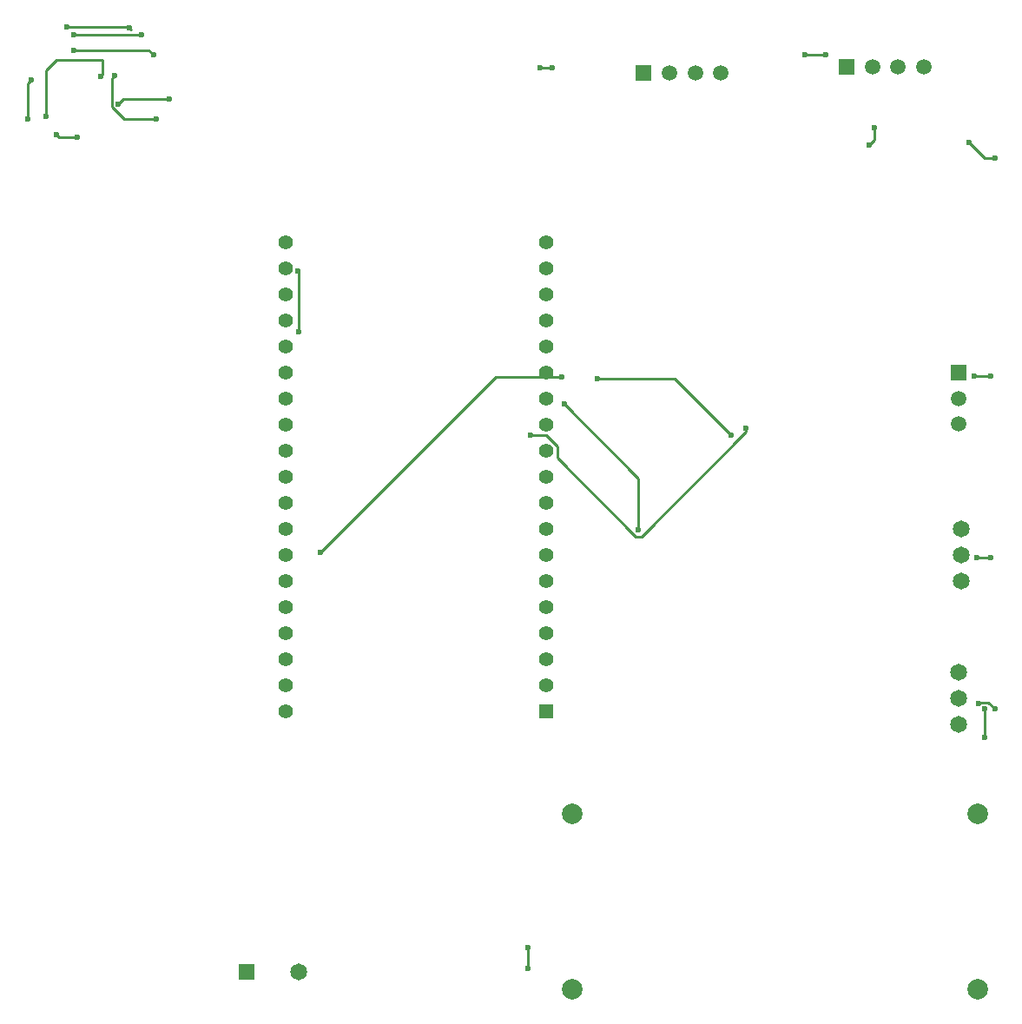
<source format=gbr>
%TF.GenerationSoftware,KiCad,Pcbnew,9.0.2*%
%TF.CreationDate,2025-07-26T16:17:08-04:00*%
%TF.ProjectId,Automated Coin Machine,4175746f-6d61-4746-9564-20436f696e20,rev?*%
%TF.SameCoordinates,Original*%
%TF.FileFunction,Copper,L2,Bot*%
%TF.FilePolarity,Positive*%
%FSLAX46Y46*%
G04 Gerber Fmt 4.6, Leading zero omitted, Abs format (unit mm)*
G04 Created by KiCad (PCBNEW 9.0.2) date 2025-07-26 16:17:08*
%MOMM*%
%LPD*%
G01*
G04 APERTURE LIST*
%TA.AperFunction,ComponentPad*%
%ADD10C,1.650000*%
%TD*%
%TA.AperFunction,ComponentPad*%
%ADD11R,1.408000X1.408000*%
%TD*%
%TA.AperFunction,ComponentPad*%
%ADD12C,1.408000*%
%TD*%
%TA.AperFunction,ComponentPad*%
%ADD13R,1.508000X1.508000*%
%TD*%
%TA.AperFunction,ComponentPad*%
%ADD14C,1.508000*%
%TD*%
%TA.AperFunction,ComponentPad*%
%ADD15R,1.650000X1.650000*%
%TD*%
%TA.AperFunction,ComponentPad*%
%ADD16C,2.000000*%
%TD*%
%TA.AperFunction,ViaPad*%
%ADD17C,0.600000*%
%TD*%
%TA.AperFunction,Conductor*%
%ADD18C,0.250000*%
%TD*%
G04 APERTURE END LIST*
D10*
%TO.P,J5,1,Pin_1*%
%TO.N,ESP32_GPIO_12*%
X119000000Y-95250000D03*
%TO.P,J5,2,Pin_2*%
%TO.N,+5V*%
X119000000Y-92710000D03*
%TO.P,J5,3,Pin_3*%
%TO.N,GND*%
X119000000Y-90170000D03*
%TD*%
D11*
%TO.P,U1,J2_1,3V3*%
%TO.N,+3V3*%
X78740000Y-93955000D03*
D12*
%TO.P,U1,J2_2,EN*%
X78740000Y-91415000D03*
%TO.P,U1,J2_3,SENSOR_VP*%
%TO.N,unconnected-(U1-SENSOR_VP-PadJ2_3)*%
X78740000Y-88875000D03*
%TO.P,U1,J2_4,SENSOR_VN*%
%TO.N,unconnected-(U1-SENSOR_VN-PadJ2_4)*%
X78740000Y-86335000D03*
%TO.P,U1,J2_5,IO34*%
%TO.N,IO34*%
X78740000Y-83795000D03*
%TO.P,U1,J2_6,IO35*%
%TO.N,GPIO35*%
X78740000Y-81255000D03*
%TO.P,U1,J2_7,IO32*%
%TO.N,GPIO32*%
X78740000Y-78715000D03*
%TO.P,U1,J2_8,IO33*%
%TO.N,GPIO33*%
X78740000Y-76175000D03*
%TO.P,U1,J2_9,IO25*%
%TO.N,R_RED*%
X78740000Y-73635000D03*
%TO.P,U1,J2_10,IO26*%
%TO.N,R_GREEN*%
X78740000Y-71095000D03*
%TO.P,U1,J2_11,IO27*%
%TO.N,R_BLUE*%
X78740000Y-68555000D03*
%TO.P,U1,J2_12,IO14*%
%TO.N,IO14*%
X78740000Y-66015000D03*
%TO.P,U1,J2_13,IO12*%
%TO.N,ESP32_GPIO_12*%
X78740000Y-63475000D03*
%TO.P,U1,J2_14,GND_J2_14*%
%TO.N,GND*%
X78740000Y-60935000D03*
%TO.P,U1,J2_15,IO13*%
%TO.N,ESP32_GPIO_13*%
X78740000Y-58395000D03*
%TO.P,U1,J2_16,SD2*%
%TO.N,unconnected-(U1-SD2-PadJ2_16)*%
X78740000Y-55855000D03*
%TO.P,U1,J2_17,SD3*%
%TO.N,unconnected-(U1-SD3-PadJ2_17)*%
X78740000Y-53315000D03*
%TO.P,U1,J2_18,CMD*%
%TO.N,unconnected-(U1-CMD-PadJ2_18)*%
X78740000Y-50775000D03*
%TO.P,U1,J2_19,EXT_5V*%
%TO.N,+5V*%
X78740000Y-48235000D03*
%TO.P,U1,J3_1,GND_J3_1*%
%TO.N,GND*%
X53340000Y-93955000D03*
%TO.P,U1,J3_2,IO23*%
%TO.N,GPIO23*%
X53340000Y-91415000D03*
%TO.P,U1,J3_3,IO22*%
%TO.N,GPIO22*%
X53340000Y-88875000D03*
%TO.P,U1,J3_4,TXD0*%
%TO.N,unconnected-(U1-TXD0-PadJ3_4)*%
X53340000Y-86335000D03*
%TO.P,U1,J3_5,RXD0*%
%TO.N,unconnected-(U1-RXD0-PadJ3_5)*%
X53340000Y-83795000D03*
%TO.P,U1,J3_6,IO21*%
%TO.N,GPIO21*%
X53340000Y-81255000D03*
%TO.P,U1,J3_7,GND_J3_7*%
%TO.N,GND*%
X53340000Y-78715000D03*
%TO.P,U1,J3_8,IO19*%
%TO.N,GPIO19*%
X53340000Y-76175000D03*
%TO.P,U1,J3_9,IO18*%
%TO.N,GPIO18*%
X53340000Y-73635000D03*
%TO.P,U1,J3_10,IO5*%
%TO.N,GPIO5*%
X53340000Y-71095000D03*
%TO.P,U1,J3_11,IO17*%
%TO.N,GPIO17*%
X53340000Y-68555000D03*
%TO.P,U1,J3_12,IO16*%
%TO.N,GPIO16*%
X53340000Y-66015000D03*
%TO.P,U1,J3_13,IO4*%
%TO.N,GPIO4*%
X53340000Y-63475000D03*
%TO.P,U1,J3_14,IO0*%
%TO.N,GPIO0*%
X53340000Y-60935000D03*
%TO.P,U1,J3_15,IO2*%
%TO.N,GPIO2*%
X53340000Y-58395000D03*
%TO.P,U1,J3_16,IO15*%
%TO.N,GPIO15*%
X53340000Y-55855000D03*
%TO.P,U1,J3_17,SD1*%
%TO.N,unconnected-(U1-SD1-PadJ3_17)*%
X53340000Y-53315000D03*
%TO.P,U1,J3_18,SD0*%
%TO.N,unconnected-(U1-SD0-PadJ3_18)*%
X53340000Y-50775000D03*
%TO.P,U1,J3_19,CLK*%
%TO.N,unconnected-(U1-CLK-PadJ3_19)*%
X53340000Y-48235000D03*
%TD*%
D13*
%TO.P,J2,1,1*%
%TO.N,+5V*%
X119000000Y-60960000D03*
D14*
%TO.P,J2,2,2*%
%TO.N,Net-(J2-Pad2)*%
X119000000Y-63460000D03*
%TO.P,J2,3,3*%
%TO.N,GND*%
X119000000Y-65960000D03*
%TD*%
D10*
%TO.P,J3,1,Pin_1*%
%TO.N,ESP32_GPIO_13*%
X119250000Y-81280000D03*
%TO.P,J3,2,Pin_2*%
%TO.N,+5V*%
X119250000Y-78740000D03*
%TO.P,J3,3,Pin_3*%
%TO.N,GND*%
X119250000Y-76200000D03*
%TD*%
D13*
%TO.P,J4,1,1*%
%TO.N,Net-(J4-Pad1)*%
X88265000Y-31750000D03*
D14*
%TO.P,J4,2,2*%
%TO.N,Net-(J4-Pad2)*%
X90765000Y-31750000D03*
%TO.P,J4,3,3*%
%TO.N,Net-(J4-Pad3)*%
X93265000Y-31750000D03*
%TO.P,J4,4,4*%
%TO.N,GND*%
X95765000Y-31750000D03*
%TD*%
D15*
%TO.P,P1,1,1*%
%TO.N,VIN*%
X49530000Y-119380000D03*
D10*
%TO.P,P1,2,2*%
%TO.N,GND*%
X54610000Y-119380000D03*
%TD*%
D13*
%TO.P,J6,1,1*%
%TO.N,Net-(J6-Pad1)*%
X108070000Y-31115000D03*
D14*
%TO.P,J6,2,2*%
%TO.N,GND*%
X110570000Y-31115000D03*
%TO.P,J6,3,3*%
%TO.N,IO34*%
X113070000Y-31115000D03*
%TO.P,J6,4,4*%
%TO.N,GND*%
X115570000Y-31115000D03*
%TD*%
D16*
%TO.P,U2,1,IN+*%
%TO.N,VIN*%
X81316500Y-103922500D03*
%TO.P,U2,2,IN-__*%
%TO.N,GND*%
X120813500Y-103922500D03*
%TO.P,U2,3,OUT+*%
%TO.N,+5V*%
X81316500Y-121067500D03*
%TO.P,U2,4,OUT-*%
%TO.N,GND*%
X120813500Y-121067500D03*
%TD*%
D17*
%TO.N,+5V*%
X122125000Y-79000000D03*
X122500000Y-93750000D03*
X120875000Y-93184313D03*
X120750000Y-79000000D03*
X120000000Y-38500000D03*
X122500000Y-40000000D03*
X120500000Y-61250000D03*
X122125000Y-61250000D03*
%TO.N,GND*%
X56739153Y-78510847D03*
X106000000Y-30000000D03*
X42000000Y-34250000D03*
X78115000Y-31250000D03*
X104000000Y-30000000D03*
X37000000Y-34750000D03*
X79365000Y-31250000D03*
X80250000Y-61390000D03*
X121500000Y-96500000D03*
X121500000Y-93750000D03*
%TO.N,GPIO21*%
X32000000Y-27250000D03*
X38125000Y-27375000D03*
%TO.N,GPIO16*%
X28550893Y-32375000D03*
X28162010Y-36250000D03*
%TO.N,+3V3*%
X54521973Y-51004262D03*
X54625000Y-57000000D03*
X40750000Y-36250000D03*
X36685000Y-32000000D03*
%TO.N,GPIO0*%
X35327816Y-32056297D03*
X30000000Y-36000000D03*
%TO.N,GPIO15*%
X31000000Y-37750000D03*
X33000000Y-38000000D03*
%TO.N,GPIO18*%
X40500000Y-30000000D03*
X32685000Y-29500000D03*
%TO.N,GPIO19*%
X39250000Y-28000000D03*
X32685000Y-28000000D03*
%TO.N,ESP32_GPIO_13*%
X96750000Y-67000000D03*
X83750000Y-61500000D03*
%TO.N,ESP32_GPIO_12*%
X80500000Y-64000000D03*
X87750000Y-76250000D03*
%TO.N,IO34*%
X110750000Y-37110000D03*
X110250000Y-38750000D03*
%TO.N,VIN*%
X77000000Y-117000000D03*
X77000000Y-119000000D03*
%TO.N,IO14*%
X77250000Y-67000000D03*
X98250000Y-66325000D03*
%TD*%
D18*
%TO.N,+5V*%
X121500000Y-40000000D02*
X120000000Y-38500000D01*
X121874000Y-93124000D02*
X122500000Y-93750000D01*
X120750000Y-79000000D02*
X122125000Y-79000000D01*
X120500000Y-61250000D02*
X122125000Y-61250000D01*
X120875000Y-93184313D02*
X120935313Y-93124000D01*
X122500000Y-40000000D02*
X121500000Y-40000000D01*
X120935313Y-93124000D02*
X121874000Y-93124000D01*
%TO.N,GND*%
X73860000Y-61390000D02*
X80250000Y-61390000D01*
X106000000Y-30000000D02*
X104000000Y-30000000D01*
X78115000Y-31250000D02*
X79365000Y-31250000D01*
X121500000Y-96500000D02*
X121500000Y-93750000D01*
X37500000Y-34250000D02*
X42000000Y-34250000D01*
X37000000Y-34750000D02*
X37500000Y-34250000D01*
X56739153Y-78510847D02*
X73860000Y-61390000D01*
%TO.N,GPIO21*%
X38000000Y-27250000D02*
X38125000Y-27375000D01*
X32000000Y-27250000D02*
X38000000Y-27250000D01*
X38250000Y-27500000D02*
X38125000Y-27375000D01*
%TO.N,GPIO16*%
X28162010Y-36250000D02*
X28162010Y-32763883D01*
X28162010Y-32763883D02*
X28550893Y-32375000D01*
%TO.N,+3V3*%
X37614702Y-36250000D02*
X40750000Y-36250000D01*
X54625000Y-51107289D02*
X54521973Y-51004262D01*
X36374000Y-35009298D02*
X37614702Y-36250000D01*
X54625000Y-57000000D02*
X54625000Y-51107289D01*
X36685000Y-32000000D02*
X36374000Y-32311000D01*
X36374000Y-32311000D02*
X36374000Y-35009298D01*
%TO.N,GPIO0*%
X35500000Y-31884113D02*
X35327816Y-32056297D01*
X30000000Y-36000000D02*
X30000000Y-31500000D01*
X34500000Y-30500000D02*
X35500000Y-30500000D01*
X35500000Y-30500000D02*
X35500000Y-31884113D01*
X31000000Y-30500000D02*
X34500000Y-30500000D01*
X30000000Y-31500000D02*
X31000000Y-30500000D01*
%TO.N,GPIO15*%
X33000000Y-38000000D02*
X31250000Y-38000000D01*
X31250000Y-38000000D02*
X31000000Y-37750000D01*
%TO.N,GPIO18*%
X40000000Y-29500000D02*
X40500000Y-30000000D01*
X32685000Y-29500000D02*
X40000000Y-29500000D01*
%TO.N,GPIO19*%
X32685000Y-28000000D02*
X39250000Y-28000000D01*
%TO.N,ESP32_GPIO_13*%
X83750000Y-61500000D02*
X91250000Y-61500000D01*
X91250000Y-61500000D02*
X96750000Y-67000000D01*
%TO.N,ESP32_GPIO_12*%
X87750000Y-71250000D02*
X80500000Y-64000000D01*
X87750000Y-76250000D02*
X87750000Y-71250000D01*
%TO.N,IO34*%
X110750000Y-38250000D02*
X110250000Y-38750000D01*
X110750000Y-37110000D02*
X110750000Y-38250000D01*
%TO.N,VIN*%
X77000000Y-119000000D02*
X77000000Y-117000000D01*
%TO.N,IO14*%
X79820000Y-69276009D02*
X79820000Y-68107649D01*
X88030009Y-76926000D02*
X87469991Y-76926000D01*
X98250000Y-66706009D02*
X88030009Y-76926000D01*
X79820000Y-68107649D02*
X78712351Y-67000000D01*
X98250000Y-66325000D02*
X98250000Y-66706009D01*
X87469991Y-76926000D02*
X79820000Y-69276009D01*
X78712351Y-67000000D02*
X77250000Y-67000000D01*
%TD*%
M02*

</source>
